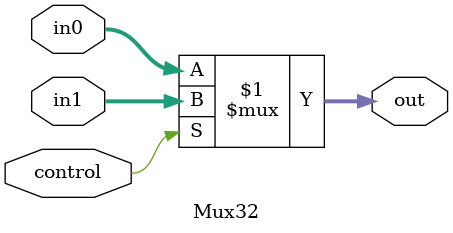
<source format=v>
`timescale 1ns / 1ns
module Mux32(
    input control,
    input[31:0] in0,
    input[31:0] in1,
    output[31:0] out
);
// 32线多路选择器
    assign out=control?in1:in0;
endmodule
</source>
